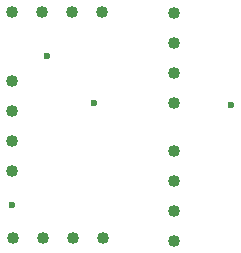
<source format=gbr>
G04 PROTEUS GERBER X2 FILE*
%TF.GenerationSoftware,Labcenter,Proteus,8.12-SP2-Build31155*%
%TF.CreationDate,2022-11-22T15:15:40+00:00*%
%TF.FileFunction,Plated,1,2,PTH*%
%TF.FilePolarity,Positive*%
%TF.Part,Single*%
%TF.SameCoordinates,{db666e91-7e64-407d-bbc7-fed632b84bd4}*%
%FSLAX45Y45*%
%MOMM*%
G01*
%TA.AperFunction,ViaDrill*%
%ADD19C,0.600000*%
%TA.AperFunction,ComponentDrill*%
%ADD70C,1.016000*%
%TD.AperFunction*%
D19*
X-3850000Y+3110000D03*
X-3453037Y+2715293D03*
X-4143692Y+1851098D03*
X-2290000Y+2700000D03*
D70*
X-4150000Y+2140000D03*
X-4150000Y+2394000D03*
X-4150000Y+2648000D03*
X-4150000Y+2902000D03*
X-4150000Y+3490000D03*
X-3896000Y+3490000D03*
X-3642000Y+3490000D03*
X-3388000Y+3490000D03*
X-2780000Y+3480000D03*
X-2780000Y+3226000D03*
X-2780000Y+2972000D03*
X-2780000Y+2718000D03*
X-2780000Y+2310000D03*
X-2780000Y+2056000D03*
X-2780000Y+1802000D03*
X-2780000Y+1548000D03*
X-3380000Y+1570000D03*
X-3634000Y+1570000D03*
X-3888000Y+1570000D03*
X-4142000Y+1570000D03*
M02*

</source>
